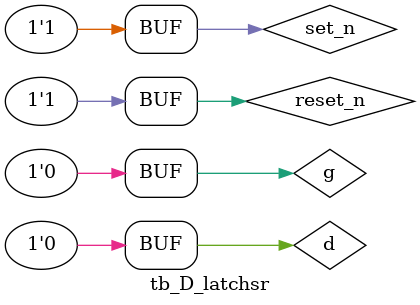
<source format=v>
`timescale 1ns/100ps
module tb_D_latchsr();
reg set_n,reset_n,d,g;//register
D_latchsr test(set_n,reset_n,d,g,q,q_n);
initial
begin
	set_n=0;reset_n=1;d=0;g=0;//0~10ns
#10	set_n=1;reset_n=1;d=1;g=0;//10~20ns
#10	set_n=1;reset_n=0;d=0;g=0;//20~30ns
#10	set_n=1;reset_n=0;d=1;g=0;//30~40ns
#10	set_n=1;reset_n=1;d=0;g=0;//40~50ns
#10	set_n=1;reset_n=1;d=1;g=0;//50~60ns
#10	set_n=1;reset_n=1;d=0;g=1;//60~70ns
#10	set_n=1;reset_n=1;d=1;g=1;//70~80ns
#10	set_n=1;reset_n=1;d=0;g=1;//80~90ns
#10	set_n=1;reset_n=1;d=1;g=1;//90~100ns
#10	set_n=1;reset_n=1;d=0;g=1;//100~110ns
#10	set_n=1;reset_n=1;d=0;g=0;//110~120ns
end	
endmodule
</source>
